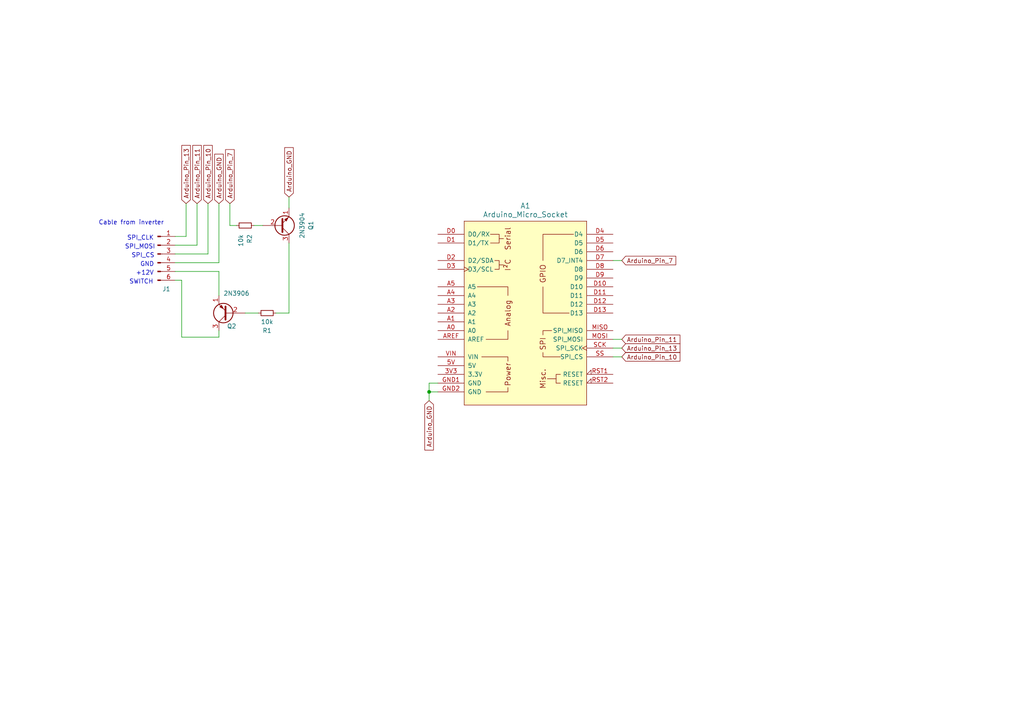
<source format=kicad_sch>
(kicad_sch (version 20230121) (generator eeschema)
  (paper "A4")
  (lib_symbols
    (symbol "Connector:Conn_01x06_Pin" (pin_names (offset 1.016) hide)
      (property "Reference" "J" (at 0 7.62 0))
      (property "Value" "Conn_01x06_Pin" (at 0 -10.16 0))
      (symbol "Conn_01x06_Pin_1_1"
        (polyline (pts (xy 1.27 -7.62) (xy 0.8636 -7.62)) (stroke (width 0.1524)))
        (polyline (pts (xy 1.27 -5.08) (xy 0.8636 -5.08)) (stroke (width 0.1524)))
        (polyline (pts (xy 1.27 -2.54) (xy 0.8636 -2.54)) (stroke (width 0.1524)))
        (polyline (pts (xy 1.27 0) (xy 0.8636 0)) (stroke (width 0.1524)))
        (polyline (pts (xy 1.27 2.54) (xy 0.8636 2.54)) (stroke (width 0.1524)))
        (polyline (pts (xy 1.27 5.08) (xy 0.8636 5.08)) (stroke (width 0.1524)))
        (rectangle (start 0.8636 -7.493) (end 0 -7.747) (stroke (width 0.1524)) (fill (type outline)))
        (rectangle (start 0.8636 -4.953) (end 0 -5.207) (stroke (width 0.1524)) (fill (type outline)))
        (rectangle (start 0.8636 -2.413) (end 0 -2.667) (stroke (width 0.1524)) (fill (type outline)))
        (rectangle (start 0.8636 0.127) (end 0 -0.127) (stroke (width 0.1524)) (fill (type outline)))
        (rectangle (start 0.8636 2.667) (end 0 2.413) (stroke (width 0.1524)) (fill (type outline)))
        (rectangle (start 0.8636 5.207) (end 0 4.953) (stroke (width 0.1524)) (fill (type outline)))
        (pin passive line (at 5.08 5.08 180) (length 3.81) (name "Pin_1") (number "1"))
        (pin passive line (at 5.08 2.54 180) (length 3.81) (name "Pin_2") (number "2"))
        (pin passive line (at 5.08 0 180) (length 3.81) (name "Pin_3") (number "3"))
        (pin passive line (at 5.08 -2.54 180) (length 3.81) (name "Pin_4") (number "4"))
        (pin passive line (at 5.08 -5.08 180) (length 3.81) (name "Pin_5") (number "5"))
        (pin passive line (at 5.08 -7.62 180) (length 3.81) (name "Pin_6") (number "6"))
      )
    )
    (symbol "Device:R_Small" (pin_numbers hide) (pin_names (offset 0.254) hide)
      (property "Reference" "R" (at 0.762 0.508 0))
      (property "Value" "R_Small" (at 0.762 -1.016 0))
      (symbol "R_Small_0_1"
        (rectangle (start -0.762 1.778) (end 0.762 -1.778) (stroke (width 0.2032)))
      )
      (symbol "R_Small_1_1"
        (pin passive line (at 0 2.54 270) (length 0.762) (name "~") (number "1"))
        (pin passive line (at 0 -2.54 90) (length 0.762) (name "~") (number "2"))
      )
    )
    (symbol "PCM_arduino-library:Arduino_Micro_Socket" (pin_names (offset 1.016))
      (property "Reference" "A" (at 0 33.02 0))
      (property "Value" "Arduino_Micro_Socket" (at 0 29.21 0))
      (symbol "Arduino_Micro_Socket_0_0"
        (rectangle (start -17.78 26.67) (end 17.78 -26.67) (fill (type background)))
        (polyline (pts (xy -7.62 13.97) (xy -6.35 13.97)))
        (polyline (pts (xy -7.62 21.59) (xy -6.35 21.59)))
        (polyline (pts (xy 8.89 -19.05) (xy 6.35 -19.05)))
        (polyline (pts (xy -11.43 -22.86) (xy -5.08 -22.86) (xy -5.08 -21.59)))
        (polyline (pts (xy -5.08 -13.97) (xy -5.08 -12.7) (xy -12.7 -12.7)))
        (polyline (pts (xy -5.08 -5.08) (xy -5.08 -7.62) (xy -11.43 -7.62)))
        (polyline (pts (xy -5.08 5.08) (xy -5.08 7.62) (xy -13.97 7.62)))
        (polyline (pts (xy 5.08 -11.43) (xy 5.08 -12.7) (xy 10.16 -12.7)))
        (polyline (pts (xy 5.08 7.62) (xy 5.08 0) (xy 12.7 0)))
        (polyline (pts (xy 7.62 -5.08) (xy 5.08 -5.08) (xy 5.08 -6.35)))
        (polyline (pts (xy 13.97 22.86) (xy 5.08 22.86) (xy 5.08 15.24)))
        (polyline (pts (xy -10.16 22.86) (xy -7.62 22.86) (xy -7.62 20.32) (xy -10.16 20.32)))
        (polyline (pts (xy -8.89 15.24) (xy -7.62 15.24) (xy -7.62 12.7) (xy -8.89 12.7)))
        (text "Analog" (at -5.08 0 900) (effects (font (size 1.524 1.524))))
        (text "I²C" (at -5.08 13.97 900) (effects (font (size 1.524 1.524))))
        (text "Misc." (at 5.08 -19.05 900) (effects (font (size 1.524 1.524))))
        (text "Power" (at -5.08 -17.78 900) (effects (font (size 1.524 1.524))))
        (text "Serial" (at -5.08 21.59 900) (effects (font (size 1.524 1.524))))
        (text "SPI" (at 5.08 -8.89 900) (effects (font (size 1.524 1.524))))
      )
      (symbol "Arduino_Micro_Socket_0_1"
        (polyline (pts (xy 10.16 -17.78) (xy 8.89 -17.78) (xy 8.89 -20.32) (xy 10.16 -20.32)))
      )
      (symbol "Arduino_Micro_Socket_1_0"
        (text "GPIO" (at 5.08 11.43 900) (effects (font (size 1.524 1.524))))
      )
      (symbol "Arduino_Micro_Socket_1_1"
        (pin power_out line (at -25.4 -17.78 0) (length 7.62) (name "3.3V") (number "3V3"))
        (pin power_in line (at -25.4 -15.24 0) (length 7.62) (name "5V") (number "5V"))
        (pin bidirectional line (at -25.4 -5.08 0) (length 7.62) (name "A0") (number "A0"))
        (pin bidirectional line (at -25.4 -2.54 0) (length 7.62) (name "A1") (number "A1"))
        (pin bidirectional line (at -25.4 0 0) (length 7.62) (name "A2") (number "A2"))
        (pin bidirectional line (at -25.4 2.54 0) (length 7.62) (name "A3") (number "A3"))
        (pin bidirectional line (at -25.4 5.08 0) (length 7.62) (name "A4") (number "A4"))
        (pin bidirectional line (at -25.4 7.62 0) (length 7.62) (name "A5") (number "A5"))
        (pin input line (at -25.4 -7.62 0) (length 7.62) (name "AREF") (number "AREF"))
        (pin bidirectional line (at -25.4 22.86 0) (length 7.62) (name "D0/RX") (number "D0"))
        (pin bidirectional line (at -25.4 20.32 0) (length 7.62) (name "D1/TX") (number "D1"))
        (pin bidirectional line (at 25.4 7.62 180) (length 7.62) (name "D10") (number "D10"))
        (pin bidirectional line (at 25.4 5.08 180) (length 7.62) (name "D11") (number "D11"))
        (pin bidirectional line (at 25.4 2.54 180) (length 7.62) (name "D12") (number "D12"))
        (pin bidirectional line (at 25.4 0 180) (length 7.62) (name "D13") (number "D13"))
        (pin bidirectional line (at -25.4 15.24 0) (length 7.62) (name "D2/SDA") (number "D2"))
        (pin bidirectional clock (at -25.4 12.7 0) (length 7.62) (name "D3/SCL") (number "D3"))
        (pin bidirectional line (at 25.4 22.86 180) (length 7.62) (name "D4") (number "D4"))
        (pin bidirectional line (at 25.4 20.32 180) (length 7.62) (name "D5") (number "D5"))
        (pin bidirectional line (at 25.4 17.78 180) (length 7.62) (name "D6") (number "D6"))
        (pin bidirectional line (at 25.4 15.24 180) (length 7.62) (name "D7_INT4") (number "D7"))
        (pin bidirectional line (at 25.4 12.7 180) (length 7.62) (name "D8") (number "D8"))
        (pin bidirectional line (at 25.4 10.16 180) (length 7.62) (name "D9") (number "D9"))
        (pin power_in line (at -25.4 -20.32 0) (length 7.62) (name "GND") (number "GND1"))
        (pin power_in line (at -25.4 -22.86 0) (length 7.62) (name "GND") (number "GND2"))
        (pin input line (at 25.4 -5.08 180) (length 7.62) (name "SPI_MISO") (number "MISO"))
        (pin output line (at 25.4 -7.62 180) (length 7.62) (name "SPI_MOSI") (number "MOSI"))
        (pin open_collector input_low (at 25.4 -17.78 180) (length 7.62) (name "RESET") (number "RST1"))
        (pin open_collector input_low (at 25.4 -20.32 180) (length 7.62) (name "RESET") (number "RST2"))
        (pin output clock (at 25.4 -10.16 180) (length 7.62) (name "SPI_SCK") (number "SCK"))
        (pin bidirectional line (at 25.4 -12.7 180) (length 7.62) (name "SPI_CS") (number "SS"))
        (pin power_in line (at -25.4 -12.7 0) (length 7.62) (name "VIN") (number "VIN"))
      )
    )
    (symbol "Transistor_BJT:2N3904" (pin_names (offset 0) hide)
      (property "Reference" "Q" (at 5.08 1.905 0))
      (property "Value" "2N3904" (at 5.08 0 0))
      (symbol "2N3904_0_1"
        (polyline (pts (xy 0.635 0.635) (xy 2.54 2.54)))
        (polyline (pts (xy 0.635 -0.635) (xy 2.54 -2.54) (xy 2.54 -2.54)))
        (polyline (pts (xy 0.635 1.905) (xy 0.635 -1.905) (xy 0.635 -1.905)) (stroke (width 0.508)))
        (polyline (pts (xy 1.27 -1.778) (xy 1.778 -1.27) (xy 2.286 -2.286) (xy 1.27 -1.778) (xy 1.27 -1.778)) (fill (type outline)))
        (circle (center 1.27 0) (radius 2.8194) (stroke (width 0.254)))
      )
      (symbol "2N3904_1_1"
        (pin passive line (at 2.54 -5.08 90) (length 2.54) (name "E") (number "1"))
        (pin passive line (at -5.08 0 0) (length 5.715) (name "B") (number "2"))
        (pin passive line (at 2.54 5.08 270) (length 2.54) (name "C") (number "3"))
      )
    )
    (symbol "Transistor_BJT:2N3906" (pin_names (offset 0) hide)
      (property "Reference" "Q" (at 5.08 1.905 0))
      (property "Value" "2N3906" (at 5.08 0 0))
      (symbol "2N3906_0_1"
        (polyline (pts (xy 0.635 0.635) (xy 2.54 2.54)))
        (polyline (pts (xy 0.635 -0.635) (xy 2.54 -2.54) (xy 2.54 -2.54)))
        (polyline (pts (xy 0.635 1.905) (xy 0.635 -1.905) (xy 0.635 -1.905)) (stroke (width 0.508)))
        (polyline (pts (xy 2.286 -1.778) (xy 1.778 -2.286) (xy 1.27 -1.27) (xy 2.286 -1.778) (xy 2.286 -1.778)) (fill (type outline)))
        (circle (center 1.27 0) (radius 2.8194) (stroke (width 0.254)))
      )
      (symbol "2N3906_1_1"
        (pin passive line (at 2.54 -5.08 90) (length 2.54) (name "E") (number "1"))
        (pin input line (at -5.08 0 0) (length 5.715) (name "B") (number "2"))
        (pin passive line (at 2.54 5.08 270) (length 2.54) (name "C") (number "3"))
      )
    )
  )
  (junction (at 124.46 113.665))
  (wire (pts (xy 52.705 97.79) (xy 52.705 81.28)))
  (wire (pts (xy 66.675 59.055) (xy 66.675 65.405)))
  (wire (pts (xy 63.5 78.74) (xy 63.5 85.725)))
  (wire (pts (xy 127 111.125) (xy 124.46 111.125)))
  (wire (pts (xy 50.8 68.58) (xy 53.975 68.58)))
  (wire (pts (xy 74.93 90.805) (xy 71.12 90.805)))
  (wire (pts (xy 83.82 57.15) (xy 83.82 60.325)))
  (wire (pts (xy 57.15 71.12) (xy 50.8 71.12)))
  (wire (pts (xy 76.2 65.405) (xy 73.66 65.405)))
  (wire (pts (xy 60.325 73.66) (xy 50.8 73.66)))
  (wire (pts (xy 83.82 90.805) (xy 83.82 70.485)))
  (wire (pts (xy 177.8 103.505) (xy 180.34 103.505)))
  (wire (pts (xy 57.15 59.055) (xy 57.15 71.12)))
  (wire (pts (xy 63.5 97.79) (xy 63.5 95.885)))
  (wire (pts (xy 63.5 59.055) (xy 63.5 76.2)))
  (wire (pts (xy 124.46 113.665) (xy 127 113.665)))
  (wire (pts (xy 50.8 78.74) (xy 63.5 78.74)))
  (wire (pts (xy 52.705 81.28) (xy 50.8 81.28)))
  (wire (pts (xy 53.975 68.58) (xy 53.975 59.055)))
  (wire (pts (xy 177.8 75.565) (xy 180.34 75.565)))
  (wire (pts (xy 80.01 90.805) (xy 83.82 90.805)))
  (wire (pts (xy 124.46 111.125) (xy 124.46 113.665)))
  (wire (pts (xy 63.5 97.79) (xy 52.705 97.79)))
  (wire (pts (xy 177.8 100.965) (xy 180.34 100.965)))
  (wire (pts (xy 177.8 98.425) (xy 180.34 98.425)))
  (wire (pts (xy 60.325 59.055) (xy 60.325 73.66)))
  (wire (pts (xy 63.5 76.2) (xy 50.8 76.2)))
  (wire (pts (xy 124.46 116.205) (xy 124.46 113.665)))
  (wire (pts (xy 66.675 65.405) (xy 68.58 65.405)))
  (text "Cable from inverter" (at 28.575 65.405 0) (effects (font (size 1.27 1.27)) (justify left bottom)))
  (text "+12V" (at 39.37 80.01 0) (effects (font (size 1.27 1.27)) (justify left bottom)))
  (text "GND" (at 40.64 77.47 0) (effects (font (size 1.27 1.27)) (justify left bottom)))
  (text "SPI_CS" (at 38.1 74.93 0) (effects (font (size 1.27 1.27)) (justify left bottom)))
  (text "SWITCH" (at 37.465 82.55 0) (effects (font (size 1.27 1.27)) (justify left bottom)))
  (text "SPI_MOSI" (at 36.195 72.39 0) (effects (font (size 1.27 1.27)) (justify left bottom)))
  (text "SPI_CLK" (at 36.83 69.85 0) (effects (font (size 1.27 1.27)) (justify left bottom)))
  (global_label "Arduino_GND" (shape input) (at 124.46 116.205 270) (property "Intersheetrefs" "${INTERSHEET_REFS}" (effects hide)))
  (global_label "Arduino_Pin_13" (shape input) (at 53.975 59.055 90) (property "Intersheetrefs" "${INTERSHEET_REFS}" (effects hide)))
  (global_label "Arduino_Pin_13" (shape input) (at 180.34 100.965 0) (property "Intersheetrefs" "${INTERSHEET_REFS}" (effects hide)))
  (global_label "Arduino_GND" (shape input) (at 83.82 57.15 90) (property "Intersheetrefs" "${INTERSHEET_REFS}" (effects hide)))
  (global_label "Arduino_Pin_7" (shape input) (at 180.34 75.565 0) (property "Intersheetrefs" "${INTERSHEET_REFS}" (effects hide)))
  (global_label "Arduino_Pin_10" (shape input) (at 180.34 103.505 0) (property "Intersheetrefs" "${INTERSHEET_REFS}" (effects hide)))
  (global_label "Arduino_Pin_11" (shape input) (at 57.15 59.055 90) (property "Intersheetrefs" "${INTERSHEET_REFS}" (effects hide)))
  (global_label "Arduino_Pin_7" (shape input) (at 66.675 59.055 90) (property "Intersheetrefs" "${INTERSHEET_REFS}" (effects hide)))
  (global_label "Arduino_Pin_11" (shape input) (at 180.34 98.425 0) (property "Intersheetrefs" "${INTERSHEET_REFS}" (effects hide)))
  (global_label "Arduino_GND" (shape input) (at 63.5 59.055 90) (property "Intersheetrefs" "${INTERSHEET_REFS}" (effects hide)))
  (global_label "Arduino_Pin_10" (shape input) (at 60.325 59.055 90) (property "Intersheetrefs" "${INTERSHEET_REFS}" (effects hide)))
  (symbol (lib_id "PCM_arduino-library:Arduino_Micro_Socket") (at 152.4 90.805 0) (unit 1)
    (property "Reference" "A1" (at 152.4 59.69 0) (effects (font (size 1.524 1.524))))
    (property "Value" "Arduino_Micro_Socket" (at 152.4 62.23 0) (effects (font (size 1.524 1.524))))
    (property "Footprint" "PCM_arduino-library:Arduino_Micro_Socket" (effects hide))
    (property "Datasheet" "https://docs.arduino.cc/hardware/micro" (effects hide))
  )
  (symbol (lib_id "Device:R_Small") (at 71.12 65.405 270) (unit 1)
    (property "Reference" "R2" (at 72.39 67.945 0) (effects (justify left)))
    (property "Value" "10k" (at 69.85 67.945 0) (effects (justify left)))
    (property "Footprint" "Resistor_THT:R_Axial_DIN0207_L6.3mm_D2.5mm_P10.16mm_Horizontal" (effects hide))
  )
  (symbol (lib_id "Transistor_BJT:2N3906") (at 66.04 90.805 180) (unit 1)
    (property "Reference" "Q2" (at 68.58 94.615 0) (effects (justify left)))
    (property "Value" "2N3906" (at 72.39 85.09 0) (effects (justify left)))
    (property "Footprint" "Package_TO_SOT_THT:TO-92_Inline_Wide" (effects hide))
    (property "Datasheet" "https://www.onsemi.com/pub/Collateral/2N3906-D.PDF" (effects hide))
  )
  (symbol (lib_id "Connector:Conn_01x06_Pin") (at 45.72 73.66 0) (unit 1)
    (property "Reference" "J1" (at 48.26 83.82 0))
    (property "Value" "Conn_01x06_Pin" (effects hide))
    (property "Footprint" "Connector_PinSocket_2.54mm:PinSocket_1x06_P2.54mm_Vertical" (effects hide))
  )
  (symbol (lib_id "Transistor_BJT:2N3904") (at 81.28 65.405 0) (mirror x) (unit 1)
    (property "Reference" "Q1" (at 90.17 65.405 90))
    (property "Value" "2N3904" (at 87.63 65.405 90))
    (property "Footprint" "Package_TO_SOT_THT:TO-92_Inline_Wide" (effects hide))
    (property "Datasheet" "https://www.onsemi.com/pub/Collateral/2N3903-D.PDF" (effects hide))
  )
  (symbol (lib_id "Device:R_Small") (at 77.47 90.805 270) (unit 1)
    (property "Reference" "R1" (at 77.47 95.885 90))
    (property "Value" "10k" (at 77.47 93.345 90))
    (property "Footprint" "Resistor_THT:R_Axial_DIN0207_L6.3mm_D2.5mm_P10.16mm_Horizontal" (effects hide))
  )
)
</source>
